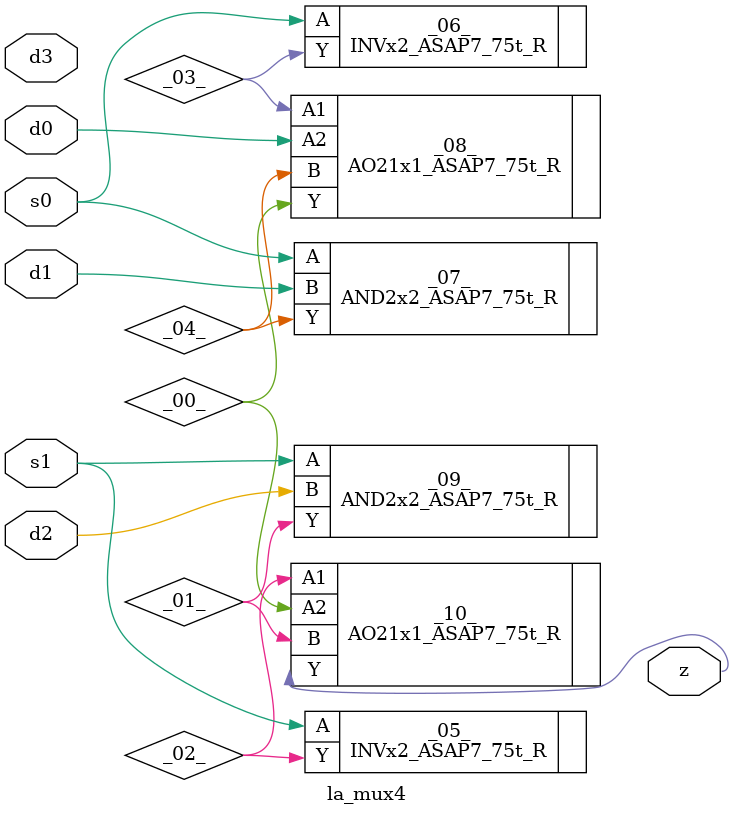
<source format=v>

/* Generated by Yosys 0.37 (git sha1 a5c7f69ed, clang 14.0.0-1ubuntu1.1 -fPIC -Os) */

module la_mux4(d0, d1, d2, d3, s0, s1, z);
  wire _00_;
  wire _01_;
  wire _02_;
  wire _03_;
  wire _04_;
  input d0;
  wire d0;
  input d1;
  wire d1;
  input d2;
  wire d2;
  input d3;
  wire d3;
  input s0;
  wire s0;
  input s1;
  wire s1;
  output z;
  wire z;
  INVx2_ASAP7_75t_R _05_ (
    .A(s1),
    .Y(_02_)
  );
  INVx2_ASAP7_75t_R _06_ (
    .A(s0),
    .Y(_03_)
  );
  AND2x2_ASAP7_75t_R _07_ (
    .A(s0),
    .B(d1),
    .Y(_04_)
  );
  AO21x1_ASAP7_75t_R _08_ (
    .A1(_03_),
    .A2(d0),
    .B(_04_),
    .Y(_00_)
  );
  AND2x2_ASAP7_75t_R _09_ (
    .A(s1),
    .B(d2),
    .Y(_01_)
  );
  AO21x1_ASAP7_75t_R _10_ (
    .A1(_02_),
    .A2(_00_),
    .B(_01_),
    .Y(z)
  );
endmodule

</source>
